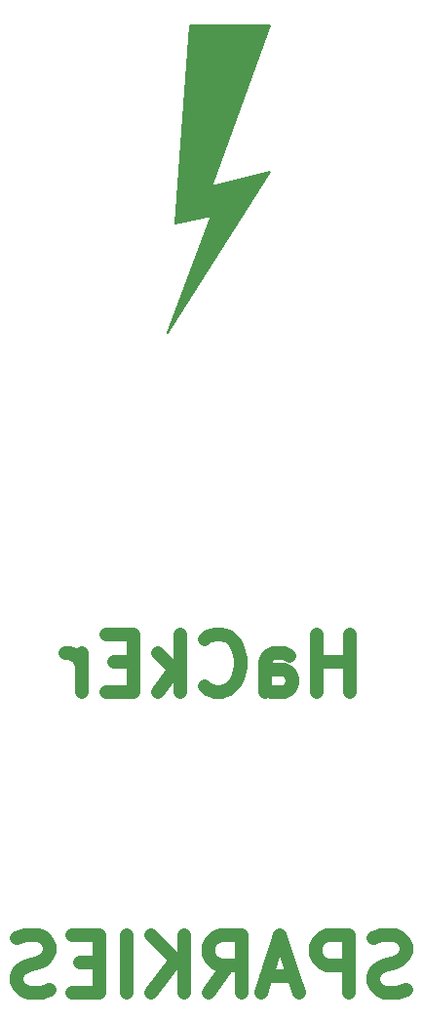
<source format=gbo>
G04 #@! TF.GenerationSoftware,KiCad,Pcbnew,(5.0.2)-1*
G04 #@! TF.CreationDate,2019-02-19T13:50:44+00:00*
G04 #@! TF.ProjectId,PersistenceOfVision,50657273-6973-4746-956e-63654f665669,1*
G04 #@! TF.SameCoordinates,Original*
G04 #@! TF.FileFunction,Legend,Bot*
G04 #@! TF.FilePolarity,Positive*
%FSLAX46Y46*%
G04 Gerber Fmt 4.6, Leading zero omitted, Abs format (unit mm)*
G04 Created by KiCad (PCBNEW (5.0.2)-1) date 19/02/2019 13:50:44*
%MOMM*%
%LPD*%
G01*
G04 APERTURE LIST*
%ADD10C,0.150000*%
%ADD11C,1.200000*%
G04 APERTURE END LIST*
D10*
G36*
X130175000Y-67945000D02*
X139065000Y-53975000D01*
X133985000Y-55245000D01*
X139065000Y-41275000D01*
X132080000Y-41275000D01*
X130810000Y-58420000D01*
X133985000Y-57785000D01*
X130175000Y-67945000D01*
G37*
X130175000Y-67945000D02*
X139065000Y-53975000D01*
X133985000Y-55245000D01*
X139065000Y-41275000D01*
X132080000Y-41275000D01*
X130810000Y-58420000D01*
X133985000Y-57785000D01*
X130175000Y-67945000D01*
D11*
X146008809Y-99066904D02*
X146008809Y-94066904D01*
X146008809Y-96447857D02*
X143151666Y-96447857D01*
X143151666Y-99066904D02*
X143151666Y-94066904D01*
X138627857Y-99066904D02*
X138627857Y-96447857D01*
X138865952Y-95971666D01*
X139342142Y-95733571D01*
X140294523Y-95733571D01*
X140770714Y-95971666D01*
X138627857Y-98828809D02*
X139104047Y-99066904D01*
X140294523Y-99066904D01*
X140770714Y-98828809D01*
X141008809Y-98352619D01*
X141008809Y-97876428D01*
X140770714Y-97400238D01*
X140294523Y-97162142D01*
X139104047Y-97162142D01*
X138627857Y-96924047D01*
X133389761Y-98590714D02*
X133627857Y-98828809D01*
X134342142Y-99066904D01*
X134818333Y-99066904D01*
X135532619Y-98828809D01*
X136008809Y-98352619D01*
X136246904Y-97876428D01*
X136485000Y-96924047D01*
X136485000Y-96209761D01*
X136246904Y-95257380D01*
X136008809Y-94781190D01*
X135532619Y-94305000D01*
X134818333Y-94066904D01*
X134342142Y-94066904D01*
X133627857Y-94305000D01*
X133389761Y-94543095D01*
X131246904Y-99066904D02*
X131246904Y-94066904D01*
X130770714Y-97162142D02*
X129342142Y-99066904D01*
X129342142Y-95733571D02*
X131246904Y-97638333D01*
X127199285Y-96447857D02*
X125532619Y-96447857D01*
X124818333Y-99066904D02*
X127199285Y-99066904D01*
X127199285Y-94066904D01*
X124818333Y-94066904D01*
X122675476Y-99066904D02*
X122675476Y-95733571D01*
X122675476Y-96685952D02*
X122437380Y-96209761D01*
X122199285Y-95971666D01*
X121723095Y-95733571D01*
X121246904Y-95733571D01*
X150889761Y-124928809D02*
X150175476Y-125166904D01*
X148985000Y-125166904D01*
X148508809Y-124928809D01*
X148270714Y-124690714D01*
X148032619Y-124214523D01*
X148032619Y-123738333D01*
X148270714Y-123262142D01*
X148508809Y-123024047D01*
X148985000Y-122785952D01*
X149937380Y-122547857D01*
X150413571Y-122309761D01*
X150651666Y-122071666D01*
X150889761Y-121595476D01*
X150889761Y-121119285D01*
X150651666Y-120643095D01*
X150413571Y-120405000D01*
X149937380Y-120166904D01*
X148746904Y-120166904D01*
X148032619Y-120405000D01*
X145889761Y-125166904D02*
X145889761Y-120166904D01*
X143985000Y-120166904D01*
X143508809Y-120405000D01*
X143270714Y-120643095D01*
X143032619Y-121119285D01*
X143032619Y-121833571D01*
X143270714Y-122309761D01*
X143508809Y-122547857D01*
X143985000Y-122785952D01*
X145889761Y-122785952D01*
X141127857Y-123738333D02*
X138746904Y-123738333D01*
X141604047Y-125166904D02*
X139937380Y-120166904D01*
X138270714Y-125166904D01*
X133746904Y-125166904D02*
X135413571Y-122785952D01*
X136604047Y-125166904D02*
X136604047Y-120166904D01*
X134699285Y-120166904D01*
X134223095Y-120405000D01*
X133985000Y-120643095D01*
X133746904Y-121119285D01*
X133746904Y-121833571D01*
X133985000Y-122309761D01*
X134223095Y-122547857D01*
X134699285Y-122785952D01*
X136604047Y-122785952D01*
X131604047Y-125166904D02*
X131604047Y-120166904D01*
X128746904Y-125166904D02*
X130889761Y-122309761D01*
X128746904Y-120166904D02*
X131604047Y-123024047D01*
X126604047Y-125166904D02*
X126604047Y-120166904D01*
X124223095Y-122547857D02*
X122556428Y-122547857D01*
X121842142Y-125166904D02*
X124223095Y-125166904D01*
X124223095Y-120166904D01*
X121842142Y-120166904D01*
X119937380Y-124928809D02*
X119223095Y-125166904D01*
X118032619Y-125166904D01*
X117556428Y-124928809D01*
X117318333Y-124690714D01*
X117080238Y-124214523D01*
X117080238Y-123738333D01*
X117318333Y-123262142D01*
X117556428Y-123024047D01*
X118032619Y-122785952D01*
X118985000Y-122547857D01*
X119461190Y-122309761D01*
X119699285Y-122071666D01*
X119937380Y-121595476D01*
X119937380Y-121119285D01*
X119699285Y-120643095D01*
X119461190Y-120405000D01*
X118985000Y-120166904D01*
X117794523Y-120166904D01*
X117080238Y-120405000D01*
M02*

</source>
